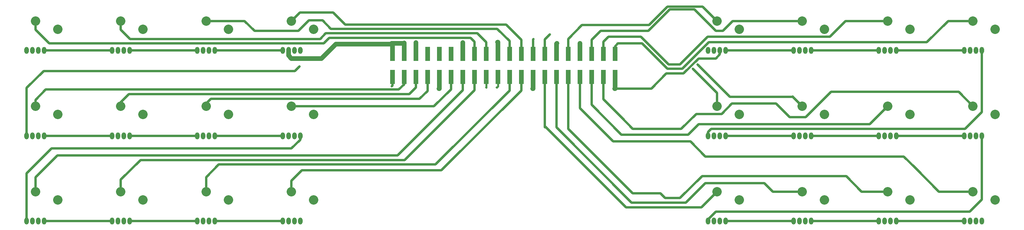
<source format=gtl>
G04 #@! TF.FileFunction,Copper,L1,Top,Signal*
%FSLAX46Y46*%
G04 Gerber Fmt 4.6, Leading zero omitted, Abs format (unit mm)*
G04 Created by KiCad (PCBNEW 4.0.7) date 09/25/20 21:30:28*
%MOMM*%
%LPD*%
G01*
G04 APERTURE LIST*
%ADD10C,0.200000*%
%ADD11O,1.000000X1.500000*%
%ADD12R,1.000000X3.150000*%
%ADD13C,2.032000*%
%ADD14C,0.500000*%
%ADD15C,0.300000*%
%ADD16C,0.500000*%
%ADD17C,1.000000*%
%ADD18C,0.400000*%
G04 APERTURE END LIST*
D10*
D11*
X272905000Y-136500000D03*
X271635000Y-136500000D03*
X270365000Y-136500000D03*
X269095000Y-136500000D03*
X254405000Y-136500000D03*
X253135000Y-136500000D03*
X251865000Y-136500000D03*
X250595000Y-136500000D03*
X235905000Y-136500000D03*
X234635000Y-136500000D03*
X233365000Y-136500000D03*
X232095000Y-136500000D03*
X217405000Y-136500000D03*
X216135000Y-136500000D03*
X214865000Y-136500000D03*
X213595000Y-136500000D03*
X272905000Y-118000000D03*
X271635000Y-118000000D03*
X270365000Y-118000000D03*
X269095000Y-118000000D03*
X254405000Y-118000000D03*
X253135000Y-118000000D03*
X251865000Y-118000000D03*
X250595000Y-118000000D03*
X235905000Y-118000000D03*
X234635000Y-118000000D03*
X233365000Y-118000000D03*
X232095000Y-118000000D03*
X217405000Y-118000000D03*
X216135000Y-118000000D03*
X214865000Y-118000000D03*
X213595000Y-118000000D03*
X272905000Y-99500000D03*
X271635000Y-99500000D03*
X270365000Y-99500000D03*
X269095000Y-99500000D03*
X254405000Y-99500000D03*
X253135000Y-99500000D03*
X251865000Y-99500000D03*
X250595000Y-99500000D03*
X235905000Y-99500000D03*
X234635000Y-99500000D03*
X233365000Y-99500000D03*
X232095000Y-99500000D03*
X217405000Y-99500000D03*
X216135000Y-99500000D03*
X214865000Y-99500000D03*
X213595000Y-99500000D03*
D12*
X145120000Y-105275000D03*
X145120000Y-100225000D03*
X147660000Y-105275000D03*
X147660000Y-100225000D03*
X150200000Y-105275000D03*
X150200000Y-100225000D03*
X152740000Y-105275000D03*
X152740000Y-100225000D03*
X155280000Y-105275000D03*
X155280000Y-100225000D03*
X157820000Y-105275000D03*
X157820000Y-100225000D03*
X160360000Y-105275000D03*
X160360000Y-100225000D03*
X162900000Y-105275000D03*
X162900000Y-100225000D03*
X165440000Y-105275000D03*
X165440000Y-100225000D03*
X167980000Y-105275000D03*
X167980000Y-100225000D03*
X170520000Y-105275000D03*
X170520000Y-100225000D03*
X173060000Y-105275000D03*
X173060000Y-100225000D03*
X175600000Y-105275000D03*
X175600000Y-100225000D03*
X178140000Y-105275000D03*
X178140000Y-100225000D03*
X180680000Y-105275000D03*
X180680000Y-100225000D03*
X183220000Y-105275000D03*
X183220000Y-100225000D03*
X185760000Y-105275000D03*
X185760000Y-100225000D03*
X188300000Y-105275000D03*
X188300000Y-100225000D03*
X190840000Y-105275000D03*
X190840000Y-100225000D03*
X193380000Y-105275000D03*
X193380000Y-100225000D03*
D11*
X69655000Y-99500000D03*
X68385000Y-99500000D03*
X67115000Y-99500000D03*
X65845000Y-99500000D03*
X88155000Y-99500000D03*
X86885000Y-99500000D03*
X85615000Y-99500000D03*
X84345000Y-99500000D03*
X106655000Y-99500000D03*
X105385000Y-99500000D03*
X104115000Y-99500000D03*
X102845000Y-99500000D03*
X125155000Y-99500000D03*
X123885000Y-99500000D03*
X122615000Y-99500000D03*
X121345000Y-99500000D03*
X69655000Y-118000000D03*
X68385000Y-118000000D03*
X67115000Y-118000000D03*
X65845000Y-118000000D03*
X88155000Y-118000000D03*
X86885000Y-118000000D03*
X85615000Y-118000000D03*
X84345000Y-118000000D03*
X106655000Y-118000000D03*
X105385000Y-118000000D03*
X104115000Y-118000000D03*
X102845000Y-118000000D03*
X125155000Y-118000000D03*
X123885000Y-118000000D03*
X122615000Y-118000000D03*
X121345000Y-118000000D03*
X69655000Y-136500000D03*
X68385000Y-136500000D03*
X67115000Y-136500000D03*
X65845000Y-136500000D03*
X88155000Y-136500000D03*
X86885000Y-136500000D03*
X85615000Y-136500000D03*
X84345000Y-136500000D03*
X106655000Y-136500000D03*
X105385000Y-136500000D03*
X104115000Y-136500000D03*
X102845000Y-136500000D03*
X125155000Y-136500000D03*
X123885000Y-136500000D03*
X122615000Y-136500000D03*
X121345000Y-136500000D03*
D13*
X72550000Y-94900000D03*
X67750000Y-93100000D03*
X220300000Y-94900000D03*
X215500000Y-93100000D03*
X238800000Y-94900000D03*
X234000000Y-93100000D03*
X257300000Y-94900000D03*
X252500000Y-93100000D03*
X275800000Y-94900000D03*
X271000000Y-93100000D03*
X220300000Y-113400000D03*
X215500000Y-111600000D03*
X238800000Y-113400000D03*
X234000000Y-111600000D03*
X257300000Y-113400000D03*
X252500000Y-111600000D03*
X275800000Y-113400000D03*
X271000000Y-111600000D03*
X220300000Y-131900000D03*
X215500000Y-130100000D03*
X238800000Y-131900000D03*
X234000000Y-130100000D03*
X257300000Y-131900000D03*
X252500000Y-130100000D03*
X275800000Y-131900000D03*
X271000000Y-130100000D03*
X91050000Y-94900000D03*
X86250000Y-93100000D03*
X109550000Y-94900000D03*
X104750000Y-93100000D03*
X128050000Y-94900000D03*
X123250000Y-93100000D03*
X72550000Y-113400000D03*
X67750000Y-111600000D03*
X91050000Y-113400000D03*
X86250000Y-111600000D03*
X109550000Y-113400000D03*
X104750000Y-111600000D03*
X128050000Y-113400000D03*
X123250000Y-111600000D03*
X72550000Y-131900000D03*
X67750000Y-130100000D03*
X91050000Y-131900000D03*
X86250000Y-130100000D03*
X109550000Y-131900000D03*
X104750000Y-130100000D03*
X128050000Y-131900000D03*
X123250000Y-130100000D03*
D14*
X193350000Y-107800000D03*
X155250000Y-107800000D03*
X175550000Y-107800000D03*
X185750000Y-98000000D03*
X180750000Y-98000000D03*
X167950000Y-97700000D03*
X160350000Y-97800000D03*
X150250000Y-97800000D03*
D15*
X175750000Y-97000000D03*
D14*
X210250000Y-103500000D03*
D15*
X179250000Y-96000000D03*
D14*
X211250000Y-102500000D03*
X145120000Y-98120000D03*
X125000000Y-103000000D03*
X145000000Y-107250000D03*
X165500000Y-107500000D03*
X167750000Y-107500000D03*
D16*
X193380000Y-107750000D02*
X201250000Y-107750000D01*
X216135000Y-100365000D02*
X216135000Y-99500000D01*
X215250000Y-101250000D02*
X216135000Y-100365000D01*
X211500000Y-101250000D02*
X215250000Y-101250000D01*
X208250000Y-104500000D02*
X211500000Y-101250000D01*
X204500000Y-104500000D02*
X208250000Y-104500000D01*
X201250000Y-107750000D02*
X204500000Y-104500000D01*
D17*
X155280000Y-105275000D02*
X155280000Y-107770000D01*
X155280000Y-107770000D02*
X155250000Y-107800000D01*
X175600000Y-105275000D02*
X175600000Y-107750000D01*
X175600000Y-107750000D02*
X175550000Y-107800000D01*
X193380000Y-105275000D02*
X193380000Y-107750000D01*
X193380000Y-107750000D02*
X193380000Y-107770000D01*
X193380000Y-107770000D02*
X193350000Y-107800000D01*
X185760000Y-100225000D02*
X185760000Y-98010000D01*
X185760000Y-98010000D02*
X185750000Y-98000000D01*
X180680000Y-100225000D02*
X180680000Y-98070000D01*
X180680000Y-98070000D02*
X180750000Y-98000000D01*
X167980000Y-100225000D02*
X167980000Y-97730000D01*
X167980000Y-97730000D02*
X167950000Y-97700000D01*
X160360000Y-100225000D02*
X160360000Y-97810000D01*
X160360000Y-97810000D02*
X160350000Y-97800000D01*
X150200000Y-100225000D02*
X150200000Y-97850000D01*
X150200000Y-97850000D02*
X150250000Y-97800000D01*
D16*
X186250000Y-94000000D02*
X200750000Y-94000000D01*
X183220000Y-97030000D02*
X186250000Y-94000000D01*
X183220000Y-100225000D02*
X183220000Y-97030000D01*
X212400000Y-90000000D02*
X215500000Y-93100000D01*
X204750000Y-90000000D02*
X212400000Y-90000000D01*
X200750000Y-94000000D02*
X204750000Y-90000000D01*
X190250000Y-95250000D02*
X200597002Y-95250000D01*
X188300000Y-97200000D02*
X190250000Y-95250000D01*
X216750000Y-95250000D02*
X218900000Y-93100000D01*
X234000000Y-93100000D02*
X218900000Y-93100000D01*
X188300000Y-97200000D02*
X188300000Y-100225000D01*
X215250000Y-95250000D02*
X216750000Y-95250000D01*
X210597002Y-90597002D02*
X215250000Y-95250000D01*
X205250000Y-90597002D02*
X210597002Y-90597002D01*
X200597002Y-95250000D02*
X205250000Y-90597002D01*
X192000000Y-96500000D02*
X199000000Y-96500000D01*
X190840000Y-97660000D02*
X192000000Y-96500000D01*
X240000000Y-96500000D02*
X243400000Y-93100000D01*
X252500000Y-93100000D02*
X243400000Y-93100000D01*
X190840000Y-97660000D02*
X190840000Y-100225000D01*
X213500000Y-96500000D02*
X240000000Y-96500000D01*
X207500000Y-102500000D02*
X213500000Y-96500000D01*
X205000000Y-102500000D02*
X207500000Y-102500000D01*
X199000000Y-96500000D02*
X205000000Y-102500000D01*
X194000000Y-98000000D02*
X199250000Y-98000000D01*
X193380000Y-98620000D02*
X194000000Y-98000000D01*
X193380000Y-100225000D02*
X193380000Y-98620000D01*
X261000000Y-97750000D02*
X265650000Y-93100000D01*
X213750000Y-97750000D02*
X261000000Y-97750000D01*
X208000000Y-103500000D02*
X213750000Y-97750000D01*
X204750000Y-103500000D02*
X208000000Y-103500000D01*
X199250000Y-98000000D02*
X204750000Y-103500000D01*
X265650000Y-93100000D02*
X271000000Y-93100000D01*
X175750000Y-97000000D02*
X175600000Y-97150000D01*
X175600000Y-100225000D02*
X175600000Y-97150000D01*
X215500000Y-108750000D02*
X215500000Y-111600000D01*
X210250000Y-103500000D02*
X215500000Y-108750000D01*
X178140000Y-97110000D02*
X179250000Y-96000000D01*
X178140000Y-100225000D02*
X178140000Y-97110000D01*
X218300000Y-109550000D02*
X231950000Y-109550000D01*
X211250000Y-102500000D02*
X218300000Y-109550000D01*
X231900000Y-109500000D02*
X231950000Y-109550000D01*
X231950000Y-109550000D02*
X234000000Y-111600000D01*
X188300000Y-110750000D02*
X188300000Y-111300000D01*
X248600000Y-115500000D02*
X252500000Y-111600000D01*
X211500000Y-115500000D02*
X248600000Y-115500000D01*
X209250000Y-117750000D02*
X211500000Y-115500000D01*
X194750000Y-117750000D02*
X209250000Y-117750000D01*
X188300000Y-111300000D02*
X194750000Y-117750000D01*
X188300000Y-105275000D02*
X188300000Y-110750000D01*
X188300000Y-110750000D02*
X188300000Y-110800000D01*
X194750000Y-114000000D02*
X197250000Y-116500000D01*
X190840000Y-110090000D02*
X194750000Y-114000000D01*
X190840000Y-105275000D02*
X190840000Y-110090000D01*
X211000000Y-113250000D02*
X216500000Y-113250000D01*
X207750000Y-116500000D02*
X211000000Y-113250000D01*
X197250000Y-116500000D02*
X207750000Y-116500000D01*
X267900000Y-108500000D02*
X271000000Y-111600000D01*
X240250000Y-108500000D02*
X267900000Y-108500000D01*
X234750000Y-114000000D02*
X240250000Y-108500000D01*
X231250000Y-114000000D02*
X234750000Y-114000000D01*
X228250000Y-111000000D02*
X231250000Y-114000000D01*
X218750000Y-111000000D02*
X228250000Y-111000000D01*
X216500000Y-113250000D02*
X218750000Y-111000000D01*
X178140000Y-116000000D02*
X178250000Y-116000000D01*
X212100000Y-133500000D02*
X215500000Y-130100000D01*
X195750000Y-133500000D02*
X212100000Y-133500000D01*
X178250000Y-116000000D02*
X195750000Y-133500000D01*
X178140000Y-105275000D02*
X178140000Y-116000000D01*
X178140000Y-116000000D02*
X178140000Y-116140000D01*
X180680000Y-116180000D02*
X197000000Y-132500000D01*
X225750000Y-128250000D02*
X227600000Y-130100000D01*
X234000000Y-130100000D02*
X227600000Y-130100000D01*
X180680000Y-116180000D02*
X180680000Y-105275000D01*
X213000000Y-128250000D02*
X225750000Y-128250000D01*
X208750000Y-132500000D02*
X213000000Y-128250000D01*
X197000000Y-132500000D02*
X208750000Y-132500000D01*
X183220000Y-116470000D02*
X197250000Y-130500000D01*
X243500000Y-126750000D02*
X246850000Y-130100000D01*
X252500000Y-130100000D02*
X246850000Y-130100000D01*
X183220000Y-116470000D02*
X183220000Y-105275000D01*
X212250000Y-126750000D02*
X243500000Y-126750000D01*
X207500000Y-131500000D02*
X212250000Y-126750000D01*
X204250000Y-131500000D02*
X207500000Y-131500000D01*
X203250000Y-130500000D02*
X204250000Y-131500000D01*
X197250000Y-130500000D02*
X203250000Y-130500000D01*
X185760000Y-105275000D02*
X185760000Y-112010000D01*
X258500000Y-125000000D02*
X263600000Y-130100000D01*
X263600000Y-130100000D02*
X271000000Y-130100000D01*
X256000000Y-122500000D02*
X258500000Y-125000000D01*
X213000000Y-122500000D02*
X256000000Y-122500000D01*
X209750000Y-119250000D02*
X213000000Y-122500000D01*
X193000000Y-119250000D02*
X209750000Y-119250000D01*
X185760000Y-112010000D02*
X193000000Y-119250000D01*
D17*
X145120000Y-100225000D02*
X145120000Y-98120000D01*
X145120000Y-98120000D02*
X132880000Y-98120000D01*
X122615000Y-100615000D02*
X122615000Y-99500000D01*
X123250000Y-101250000D02*
X122615000Y-100615000D01*
X129750000Y-101250000D02*
X123250000Y-101250000D01*
X132880000Y-98120000D02*
X129750000Y-101250000D01*
X147660000Y-100225000D02*
X147660000Y-97910000D01*
X147660000Y-97910000D02*
X147570000Y-98000000D01*
X147570000Y-98000000D02*
X145000000Y-98000000D01*
X145000000Y-98000000D02*
X145120000Y-98120000D01*
D16*
X217405000Y-99500000D02*
X232095000Y-99500000D01*
X235905000Y-99500000D02*
X250595000Y-99500000D01*
X254405000Y-99500000D02*
X269095000Y-99500000D01*
X213595000Y-118000000D02*
X213595000Y-117155000D01*
X272905000Y-112845000D02*
X272905000Y-99500000D01*
X269250000Y-116500000D02*
X272905000Y-112845000D01*
X214250000Y-116500000D02*
X269250000Y-116500000D01*
X213595000Y-117155000D02*
X214250000Y-116500000D01*
X217405000Y-118000000D02*
X232095000Y-118000000D01*
X235905000Y-118000000D02*
X250595000Y-118000000D01*
X254405000Y-118000000D02*
X269095000Y-118000000D01*
X213595000Y-136500000D02*
X213595000Y-136155000D01*
X213595000Y-136155000D02*
X215250000Y-134500000D01*
X215250000Y-134500000D02*
X270250000Y-134500000D01*
X270250000Y-134500000D02*
X272905000Y-131845000D01*
X272905000Y-131845000D02*
X272905000Y-118000000D01*
X217405000Y-136500000D02*
X232095000Y-136500000D01*
X235905000Y-136500000D02*
X250595000Y-136500000D01*
X254405000Y-136500000D02*
X269095000Y-136500000D01*
X162900000Y-100225000D02*
X162900000Y-97650000D01*
X67750000Y-95000000D02*
X67750000Y-93100000D01*
X70750000Y-98000000D02*
X67750000Y-95000000D01*
X130250000Y-98000000D02*
X70750000Y-98000000D01*
X131450000Y-96800000D02*
X130250000Y-98000000D01*
X162050000Y-96800000D02*
X131450000Y-96800000D01*
X162900000Y-97650000D02*
X162050000Y-96800000D01*
X165440000Y-100225000D02*
X165440000Y-97690000D01*
X86250000Y-95000000D02*
X86250000Y-93100000D01*
X88250000Y-97000000D02*
X86250000Y-95000000D01*
X129500000Y-97000000D02*
X88250000Y-97000000D01*
X130700000Y-95800000D02*
X129500000Y-97000000D01*
X163550000Y-95800000D02*
X130700000Y-95800000D01*
X165440000Y-97690000D02*
X163550000Y-95800000D01*
X104750000Y-111600000D02*
X104750000Y-111000000D01*
X104750000Y-111000000D02*
X105750000Y-110000000D01*
X105750000Y-110000000D02*
X151000000Y-110000000D01*
X151000000Y-110000000D02*
X152740000Y-108260000D01*
X152740000Y-108260000D02*
X152740000Y-105275000D01*
X123250000Y-111600000D02*
X154150000Y-111600000D01*
X157820000Y-107930000D02*
X157820000Y-105275000D01*
X154150000Y-111600000D02*
X157820000Y-107930000D01*
X170520000Y-100225000D02*
X170520000Y-97470000D01*
X113100000Y-93100000D02*
X104750000Y-93100000D01*
X115250000Y-95250000D02*
X113100000Y-93100000D01*
X124750000Y-95250000D02*
X115250000Y-95250000D01*
X127000000Y-93000000D02*
X124750000Y-95250000D01*
X130000000Y-93000000D02*
X127000000Y-93000000D01*
X131800000Y-94800000D02*
X130000000Y-93000000D01*
X167850000Y-94800000D02*
X131800000Y-94800000D01*
X170520000Y-97470000D02*
X167850000Y-94800000D01*
X173060000Y-100225000D02*
X173060000Y-97210000D01*
X125100000Y-91250000D02*
X123250000Y-93100000D01*
X132250000Y-91250000D02*
X125100000Y-91250000D01*
X134902998Y-93902998D02*
X132250000Y-91250000D01*
X169752998Y-93902998D02*
X134902998Y-93902998D01*
X173060000Y-97210000D02*
X169752998Y-93902998D01*
X86250000Y-130100000D02*
X86250000Y-127500000D01*
X162900000Y-108100000D02*
X162900000Y-105275000D01*
X147750000Y-123250000D02*
X162900000Y-108100000D01*
X90500000Y-123250000D02*
X147750000Y-123250000D01*
X86250000Y-127500000D02*
X90500000Y-123250000D01*
X67750000Y-111600000D02*
X67750000Y-110250000D01*
X146500000Y-108000000D02*
X147660000Y-106840000D01*
X70000000Y-108000000D02*
X146500000Y-108000000D01*
X67750000Y-110250000D02*
X70000000Y-108000000D01*
X147660000Y-106840000D02*
X147660000Y-105275000D01*
X104750000Y-130100000D02*
X104750000Y-127000000D01*
X170520000Y-108230000D02*
X170520000Y-105275000D01*
X154500000Y-124250000D02*
X170520000Y-108230000D01*
X107500000Y-124250000D02*
X154500000Y-124250000D01*
X104750000Y-127000000D02*
X107500000Y-124250000D01*
X86250000Y-111600000D02*
X86250000Y-110750000D01*
X86250000Y-110750000D02*
X88000000Y-109000000D01*
X88000000Y-109000000D02*
X148750000Y-109000000D01*
X148750000Y-109000000D02*
X150200000Y-107550000D01*
X150200000Y-107550000D02*
X150200000Y-105275000D01*
X123250000Y-130100000D02*
X123250000Y-127750000D01*
X173060000Y-108190000D02*
X173060000Y-105275000D01*
X155750000Y-125500000D02*
X173060000Y-108190000D01*
X125500000Y-125500000D02*
X155750000Y-125500000D01*
X123250000Y-127750000D02*
X125500000Y-125500000D01*
X69655000Y-99500000D02*
X84345000Y-99500000D01*
X88155000Y-99500000D02*
X102845000Y-99500000D01*
X106655000Y-99500000D02*
X121345000Y-99500000D01*
X65845000Y-118000000D02*
X65845000Y-107655000D01*
X124000000Y-104000000D02*
X125000000Y-103000000D01*
X69500000Y-104000000D02*
X124000000Y-104000000D01*
X65845000Y-107655000D02*
X69500000Y-104000000D01*
X69655000Y-118000000D02*
X84345000Y-118000000D01*
X88155000Y-118000000D02*
X102845000Y-118000000D01*
X106655000Y-118000000D02*
X121345000Y-118000000D01*
X65845000Y-136500000D02*
X65845000Y-126155000D01*
X125155000Y-118845000D02*
X125155000Y-118000000D01*
X123250000Y-120750000D02*
X125155000Y-118845000D01*
X71250000Y-120750000D02*
X123250000Y-120750000D01*
X65845000Y-126155000D02*
X71250000Y-120750000D01*
X69655000Y-136500000D02*
X84345000Y-136500000D01*
X88155000Y-136500000D02*
X102845000Y-136500000D01*
X106655000Y-136500000D02*
X121345000Y-136500000D01*
X67750000Y-130100000D02*
X67750000Y-127000000D01*
X160360000Y-108140000D02*
X160360000Y-105275000D01*
X146250000Y-122250000D02*
X160360000Y-108140000D01*
X72500000Y-122250000D02*
X146250000Y-122250000D01*
X67750000Y-127000000D02*
X72500000Y-122250000D01*
X145120000Y-105275000D02*
X145120000Y-107130000D01*
X145120000Y-107130000D02*
X145000000Y-107250000D01*
D18*
X165440000Y-105275000D02*
X165440000Y-107440000D01*
X165440000Y-107440000D02*
X165500000Y-107500000D01*
X167980000Y-105275000D02*
X167980000Y-107270000D01*
X167980000Y-107270000D02*
X167750000Y-107500000D01*
M02*

</source>
